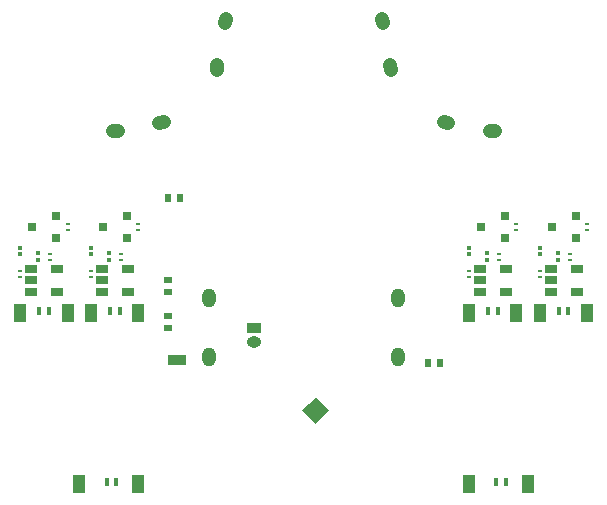
<source format=gbs>
G04 #@! TF.FileFunction,Soldermask,Bot*
%FSLAX46Y46*%
G04 Gerber Fmt 4.6, Leading zero omitted, Abs format (unit mm)*
G04 Created by KiCad (PCBNEW 4.0.1-stable) date 2017/02/23 15:11:12*
%MOMM*%
G01*
G04 APERTURE LIST*
%ADD10C,0.100000*%
%ADD11C,1.200000*%
%ADD12R,0.350000X0.300000*%
%ADD13R,0.800100X0.800100*%
%ADD14R,0.430000X0.280000*%
%ADD15R,1.060000X0.650000*%
%ADD16R,1.250000X0.950000*%
%ADD17O,1.250000X0.950000*%
%ADD18R,0.800000X0.500000*%
%ADD19R,0.500000X0.800000*%
%ADD20R,1.500000X0.900000*%
%ADD21O,1.200000X1.600000*%
%ADD22R,0.400000X0.800000*%
%ADD23R,1.000000X0.500000*%
%ADD24R,1.000000X1.000000*%
G04 APERTURE END LIST*
D10*
D11*
X132333422Y-96382026D02*
X132727346Y-96312566D01*
X136272654Y-95687434D02*
X136666578Y-95617974D01*
X141117974Y-91166578D02*
X141187434Y-90772654D01*
X141812566Y-87227346D02*
X141882026Y-86833422D01*
X155117974Y-86833422D02*
X155187434Y-87227346D01*
X155812566Y-90772654D02*
X155882026Y-91166578D01*
X160333422Y-95617974D02*
X160727346Y-95687434D01*
X164272654Y-96312566D02*
X164666578Y-96382026D01*
D12*
X126000000Y-107275000D03*
X126000000Y-106725000D03*
X124500000Y-106225000D03*
X124500000Y-106775000D03*
D13*
X127500760Y-103550000D03*
X127500760Y-105450000D03*
X125501780Y-104500000D03*
D14*
X127000000Y-107255000D03*
X127000000Y-106745000D03*
X124500000Y-108245000D03*
X124500000Y-108755000D03*
X128500000Y-104245000D03*
X128500000Y-104755000D03*
D15*
X125400000Y-109950000D03*
X125400000Y-109000000D03*
X125400000Y-108050000D03*
X127600000Y-108050000D03*
X127600000Y-109950000D03*
D12*
X164000000Y-107275000D03*
X164000000Y-106725000D03*
X162500000Y-106225000D03*
X162500000Y-106775000D03*
X170000000Y-107275000D03*
X170000000Y-106725000D03*
X168500000Y-106225000D03*
X168500000Y-106775000D03*
X132000000Y-107275000D03*
X132000000Y-106725000D03*
X130500000Y-106225000D03*
X130500000Y-106775000D03*
D13*
X165500760Y-103550000D03*
X165500760Y-105450000D03*
X163501780Y-104500000D03*
X171500760Y-103550000D03*
X171500760Y-105450000D03*
X169501780Y-104500000D03*
X133500760Y-103550000D03*
X133500760Y-105450000D03*
X131501780Y-104500000D03*
D14*
X165000000Y-107255000D03*
X165000000Y-106745000D03*
X162500000Y-108245000D03*
X162500000Y-108755000D03*
X166500000Y-104245000D03*
X166500000Y-104755000D03*
X171000000Y-107255000D03*
X171000000Y-106745000D03*
X168500000Y-108245000D03*
X168500000Y-108755000D03*
X172500000Y-104245000D03*
X172500000Y-104755000D03*
X133000000Y-107255000D03*
X133000000Y-106745000D03*
X130500000Y-108245000D03*
X130500000Y-108755000D03*
X134500000Y-104245000D03*
X134500000Y-104755000D03*
D15*
X163400000Y-109950000D03*
X163400000Y-109000000D03*
X163400000Y-108050000D03*
X165600000Y-108050000D03*
X165600000Y-109950000D03*
X169400000Y-109950000D03*
X169400000Y-109000000D03*
X169400000Y-108050000D03*
X171600000Y-108050000D03*
X171600000Y-109950000D03*
X131400000Y-109950000D03*
X131400000Y-109000000D03*
X131400000Y-108050000D03*
X133600000Y-108050000D03*
X133600000Y-109950000D03*
D16*
X144250000Y-113000000D03*
D17*
X144250000Y-114250000D03*
D18*
X137000000Y-110000000D03*
X137000000Y-109000000D03*
X137000000Y-113000000D03*
X137000000Y-112000000D03*
D19*
X137000000Y-102000000D03*
X138000000Y-102000000D03*
D20*
X137750000Y-115750000D03*
D19*
X159000000Y-116000000D03*
X160000000Y-116000000D03*
D21*
X156500000Y-115500000D03*
X156500000Y-110500000D03*
X140500000Y-110500000D03*
X140500000Y-115500000D03*
D22*
X165600000Y-126100000D03*
X164800000Y-126100000D03*
D23*
X167500000Y-125750000D03*
D24*
X167500000Y-126500000D03*
X162500000Y-126500000D03*
D23*
X162500000Y-125750000D03*
D22*
X132600000Y-126100000D03*
X131800000Y-126100000D03*
D23*
X134500000Y-125750000D03*
D24*
X134500000Y-126500000D03*
X129500000Y-126500000D03*
D23*
X129500000Y-125750000D03*
D22*
X126900000Y-111600000D03*
D23*
X128500000Y-111250000D03*
D22*
X126100000Y-111600000D03*
D24*
X128500000Y-112000000D03*
D23*
X124500000Y-111250000D03*
D24*
X124500000Y-112000000D03*
D22*
X170900000Y-111600000D03*
D23*
X172500000Y-111250000D03*
D22*
X170100000Y-111600000D03*
D24*
X172500000Y-112000000D03*
D23*
X168500000Y-111250000D03*
D24*
X168500000Y-112000000D03*
D22*
X164900000Y-111600000D03*
D23*
X166500000Y-111250000D03*
D22*
X164100000Y-111600000D03*
D24*
X166500000Y-112000000D03*
D23*
X162500000Y-111250000D03*
D24*
X162500000Y-112000000D03*
D22*
X132900000Y-111600000D03*
D23*
X134500000Y-111250000D03*
D22*
X132100000Y-111600000D03*
D24*
X134500000Y-112000000D03*
D23*
X130500000Y-111250000D03*
D24*
X130500000Y-112000000D03*
D10*
G36*
X150065685Y-119434315D02*
X150631370Y-120000000D01*
X150065685Y-120565685D01*
X149500000Y-120000000D01*
X150065685Y-119434315D01*
X150065685Y-119434315D01*
G37*
G36*
X149500000Y-118868630D02*
X150065685Y-119434315D01*
X149500000Y-120000000D01*
X148934315Y-119434315D01*
X149500000Y-118868630D01*
X149500000Y-118868630D01*
G37*
G36*
X148934315Y-119434315D02*
X149500000Y-120000000D01*
X148934315Y-120565685D01*
X148368630Y-120000000D01*
X148934315Y-119434315D01*
X148934315Y-119434315D01*
G37*
G36*
X149500000Y-120000000D02*
X150065685Y-120565685D01*
X149500000Y-121131370D01*
X148934315Y-120565685D01*
X149500000Y-120000000D01*
X149500000Y-120000000D01*
G37*
M02*

</source>
